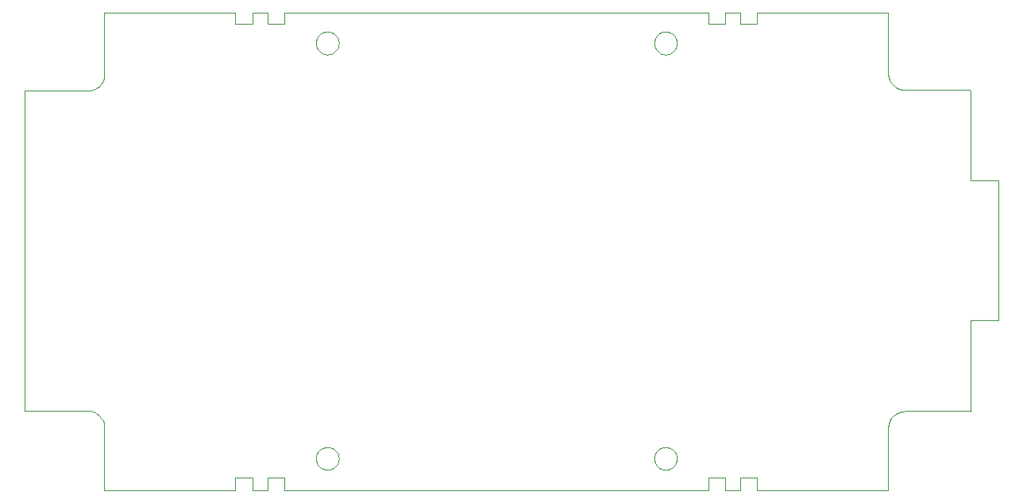
<source format=gbr>
%TF.GenerationSoftware,KiCad,Pcbnew,0.201511041201+6297~30~ubuntu15.04.1-product*%
%TF.CreationDate,2015-11-12T00:09:16+01:00*%
%TF.ProjectId,gp8-clock,6770382D636C6F636B2E6B696361645F,rev?*%
%TF.FileFunction,Profile,NP*%
%FSLAX46Y46*%
G04 Gerber Fmt 4.6, Leading zero omitted, Abs format (unit mm)*
G04 Created by KiCad (PCBNEW 0.201511041201+6297~30~ubuntu15.04.1-product) date czw, 12 lis 2015, 00:09:16*
%MOMM*%
G01*
G04 APERTURE LIST*
%ADD10C,0.100000*%
G04 APERTURE END LIST*
D10*
X202300000Y-119500000D02*
X202300000Y-119600000D01*
X205300000Y-95000000D02*
X205300000Y-109900000D01*
X202300000Y-109900000D02*
X205300000Y-109900000D01*
X202300000Y-95000000D02*
X205300000Y-95000000D01*
X202300000Y-109900000D02*
X202300000Y-119500000D01*
X202300000Y-85400000D02*
X202300000Y-95000000D01*
X171003462Y-124626561D02*
X171003462Y-124626561D01*
X170978767Y-124381479D02*
X171003462Y-124626561D01*
X170907907Y-124153210D02*
X170978767Y-124381479D01*
X170795785Y-123946643D02*
X170907907Y-124153210D01*
X170647291Y-123766667D02*
X170795785Y-123946643D01*
X170467315Y-123618173D02*
X170647291Y-123766667D01*
X170260749Y-123506051D02*
X170467315Y-123618173D01*
X170032479Y-123435191D02*
X170260749Y-123506051D01*
X169787397Y-123410497D02*
X170032479Y-123435191D01*
X169542315Y-123435191D02*
X169787397Y-123410497D01*
X169314045Y-123506049D02*
X169542315Y-123435191D01*
X169107476Y-123618170D02*
X169314045Y-123506049D01*
X168927500Y-123766664D02*
X169107476Y-123618170D01*
X168779006Y-123946640D02*
X168927500Y-123766664D01*
X168666884Y-124153210D02*
X168779006Y-123946640D01*
X168596024Y-124381479D02*
X168666884Y-124153210D01*
X168571330Y-124626561D02*
X168596024Y-124381479D01*
X168596024Y-124871643D02*
X168571330Y-124626561D01*
X168666884Y-125099913D02*
X168596024Y-124871643D01*
X168779006Y-125306482D02*
X168666884Y-125099913D01*
X168927500Y-125486458D02*
X168779006Y-125306482D01*
X169107476Y-125634950D02*
X168927500Y-125486458D01*
X169314045Y-125747071D02*
X169107476Y-125634950D01*
X169542315Y-125817931D02*
X169314045Y-125747071D01*
X169787397Y-125842626D02*
X169542315Y-125817931D01*
X170032479Y-125817931D02*
X169787397Y-125842626D01*
X170260749Y-125747071D02*
X170032479Y-125817931D01*
X170467315Y-125634950D02*
X170260749Y-125747071D01*
X170647291Y-125486456D02*
X170467315Y-125634950D01*
X170795785Y-125306480D02*
X170647291Y-125486456D01*
X170907907Y-125099913D02*
X170795785Y-125306480D01*
X170978767Y-124871643D02*
X170907907Y-125099913D01*
X171003462Y-124626561D02*
X170978767Y-124871643D01*
X134969735Y-124626561D02*
X134969735Y-124626561D01*
X134945040Y-124381479D02*
X134969735Y-124626561D01*
X134874180Y-124153210D02*
X134945040Y-124381479D01*
X134762059Y-123946643D02*
X134874180Y-124153210D01*
X134613564Y-123766667D02*
X134762059Y-123946643D01*
X134433589Y-123618173D02*
X134613564Y-123766667D01*
X134227022Y-123506051D02*
X134433589Y-123618173D01*
X133998752Y-123435191D02*
X134227022Y-123506051D01*
X133753670Y-123410497D02*
X133998752Y-123435191D01*
X133508588Y-123435191D02*
X133753670Y-123410497D01*
X133280318Y-123506051D02*
X133508588Y-123435191D01*
X133073752Y-123618173D02*
X133280318Y-123506051D01*
X132893776Y-123766667D02*
X133073752Y-123618173D01*
X132745282Y-123946643D02*
X132893776Y-123766667D01*
X132633160Y-124153210D02*
X132745282Y-123946643D01*
X132562300Y-124381479D02*
X132633160Y-124153210D01*
X132537606Y-124626561D02*
X132562300Y-124381479D01*
X132562300Y-124871643D02*
X132537606Y-124626561D01*
X132633160Y-125099913D02*
X132562300Y-124871643D01*
X132745282Y-125306480D02*
X132633160Y-125099913D01*
X132893776Y-125486456D02*
X132745282Y-125306480D01*
X133073752Y-125634950D02*
X132893776Y-125486456D01*
X133280318Y-125747071D02*
X133073752Y-125634950D01*
X133508588Y-125817931D02*
X133280318Y-125747071D01*
X133753670Y-125842626D02*
X133508588Y-125817931D01*
X133998752Y-125817931D02*
X133753670Y-125842626D01*
X134227022Y-125747071D02*
X133998752Y-125817931D01*
X134433589Y-125634950D02*
X134227022Y-125747071D01*
X134613564Y-125486456D02*
X134433589Y-125634950D01*
X134762059Y-125306480D02*
X134613564Y-125486456D01*
X134874180Y-125099913D02*
X134762059Y-125306480D01*
X134945040Y-124871643D02*
X134874180Y-125099913D01*
X134969735Y-124626561D02*
X134945040Y-124871643D01*
X171003462Y-80378141D02*
X171003462Y-80378141D01*
X170978767Y-80133059D02*
X171003462Y-80378141D01*
X170907907Y-79904790D02*
X170978767Y-80133059D01*
X170795785Y-79698223D02*
X170907907Y-79904790D01*
X170647291Y-79518247D02*
X170795785Y-79698223D01*
X170467315Y-79369753D02*
X170647291Y-79518247D01*
X170260749Y-79257632D02*
X170467315Y-79369753D01*
X170032479Y-79186771D02*
X170260749Y-79257632D01*
X169787397Y-79162077D02*
X170032479Y-79186771D01*
X169542315Y-79186771D02*
X169787397Y-79162077D01*
X169314045Y-79257629D02*
X169542315Y-79186771D01*
X169107476Y-79369750D02*
X169314045Y-79257629D01*
X168927500Y-79518244D02*
X169107476Y-79369750D01*
X168779006Y-79698220D02*
X168927500Y-79518244D01*
X168666884Y-79904790D02*
X168779006Y-79698220D01*
X168596024Y-80133059D02*
X168666884Y-79904790D01*
X168571330Y-80378141D02*
X168596024Y-80133059D01*
X168596024Y-80623223D02*
X168571330Y-80378141D01*
X168666884Y-80851493D02*
X168596024Y-80623223D01*
X168779006Y-81058063D02*
X168666884Y-80851493D01*
X168927500Y-81238038D02*
X168779006Y-81058063D01*
X169107476Y-81386530D02*
X168927500Y-81238038D01*
X169314045Y-81498651D02*
X169107476Y-81386530D01*
X169542315Y-81569511D02*
X169314045Y-81498651D01*
X169787397Y-81594206D02*
X169542315Y-81569511D01*
X170032479Y-81569511D02*
X169787397Y-81594206D01*
X170260749Y-81498651D02*
X170032479Y-81569511D01*
X170467315Y-81386530D02*
X170260749Y-81498651D01*
X170647291Y-81238036D02*
X170467315Y-81386530D01*
X170795785Y-81058060D02*
X170647291Y-81238036D01*
X170907907Y-80851493D02*
X170795785Y-81058060D01*
X170978767Y-80623223D02*
X170907907Y-80851493D01*
X171003462Y-80378141D02*
X170978767Y-80623223D01*
X134969735Y-80378141D02*
X134969735Y-80378141D01*
X134945040Y-80133059D02*
X134969735Y-80378141D01*
X134874180Y-79904790D02*
X134945040Y-80133059D01*
X134762059Y-79698223D02*
X134874180Y-79904790D01*
X134613564Y-79518247D02*
X134762059Y-79698223D01*
X134433589Y-79369753D02*
X134613564Y-79518247D01*
X134227022Y-79257632D02*
X134433589Y-79369753D01*
X133998752Y-79186771D02*
X134227022Y-79257632D01*
X133753670Y-79162077D02*
X133998752Y-79186771D01*
X133508588Y-79186771D02*
X133753670Y-79162077D01*
X133280318Y-79257632D02*
X133508588Y-79186771D01*
X133073752Y-79369753D02*
X133280318Y-79257632D01*
X132893776Y-79518247D02*
X133073752Y-79369753D01*
X132745282Y-79698223D02*
X132893776Y-79518247D01*
X132633160Y-79904790D02*
X132745282Y-79698223D01*
X132562300Y-80133059D02*
X132633160Y-79904790D01*
X132537606Y-80378141D02*
X132562300Y-80133059D01*
X132562300Y-80623223D02*
X132537606Y-80378141D01*
X132633160Y-80851493D02*
X132562300Y-80623223D01*
X132745282Y-81058060D02*
X132633160Y-80851493D01*
X132893776Y-81238036D02*
X132745282Y-81058060D01*
X133073752Y-81386530D02*
X132893776Y-81238036D01*
X133280318Y-81498651D02*
X133073752Y-81386530D01*
X133508588Y-81569511D02*
X133280318Y-81498651D01*
X133753670Y-81594206D02*
X133508588Y-81569511D01*
X133998752Y-81569511D02*
X133753670Y-81594206D01*
X134227022Y-81498651D02*
X133998752Y-81569511D01*
X134433589Y-81386530D02*
X134227022Y-81498651D01*
X134613564Y-81238036D02*
X134433589Y-81386530D01*
X134762059Y-81058060D02*
X134613564Y-81238036D01*
X134874180Y-80851493D02*
X134762059Y-81058060D01*
X134945040Y-80623223D02*
X134874180Y-80851493D01*
X134969735Y-80378141D02*
X134945040Y-80623223D01*
X109965410Y-77101934D02*
X109965410Y-77101934D01*
X123937064Y-77101934D02*
X109965410Y-77101934D01*
X123937064Y-78319017D02*
X123937064Y-77101934D01*
X125757177Y-78319017D02*
X123937064Y-78319017D01*
X125757177Y-77101934D02*
X125757177Y-78319017D01*
X127338615Y-77101934D02*
X125757177Y-77101934D01*
X127338615Y-78319017D02*
X127338615Y-77101934D01*
X129159279Y-78319017D02*
X127338615Y-78319017D01*
X129159279Y-77101934D02*
X129159279Y-78319017D01*
X174342946Y-77101934D02*
X129159279Y-77101934D01*
X174342946Y-78319017D02*
X174342946Y-77101934D01*
X176163059Y-78319017D02*
X174342946Y-78319017D01*
X176163059Y-77101934D02*
X176163059Y-78319017D01*
X177744495Y-77101934D02*
X176163059Y-77101934D01*
X177744495Y-78319017D02*
X177744495Y-77101934D01*
X179565161Y-78319017D02*
X177744495Y-78319017D01*
X179565161Y-77101934D02*
X179565161Y-78319017D01*
X193523584Y-77101934D02*
X179565161Y-77101934D01*
X193523584Y-83658088D02*
X193523584Y-77101934D01*
X193562350Y-84004245D02*
X193523584Y-83658088D01*
X193673594Y-84326247D02*
X193562350Y-84004245D01*
X193849734Y-84617308D02*
X193673594Y-84326247D01*
X194083188Y-84870653D02*
X193849734Y-84617308D01*
X194366376Y-85079501D02*
X194083188Y-84870653D01*
X194691713Y-85237071D02*
X194366376Y-85079501D01*
X195051617Y-85336585D02*
X194691713Y-85237071D01*
X195438507Y-85371265D02*
X195051617Y-85336585D01*
X202242157Y-85371265D02*
X195438507Y-85371265D01*
X195438507Y-119590709D02*
X202242157Y-119590709D01*
X195051617Y-119625411D02*
X195438507Y-119590709D01*
X194691713Y-119724988D02*
X195051617Y-119625411D01*
X194366376Y-119882648D02*
X194691713Y-119724988D01*
X194083188Y-120091597D02*
X194366376Y-119882648D01*
X193849734Y-120345044D02*
X194083188Y-120091597D01*
X193673594Y-120636196D02*
X193849734Y-120345044D01*
X193562350Y-120958256D02*
X193673594Y-120636196D01*
X193523584Y-121304439D02*
X193562350Y-120958256D01*
X193523584Y-128050210D02*
X193523584Y-121304439D01*
X179565161Y-128050210D02*
X193523584Y-128050210D01*
X179565161Y-126688158D02*
X179565161Y-128050210D01*
X177744495Y-126688158D02*
X179565161Y-126688158D01*
X177744495Y-128050210D02*
X177744495Y-126688158D01*
X176163059Y-128050210D02*
X177744495Y-128050210D01*
X176163059Y-126688158D02*
X176163059Y-128050210D01*
X174342946Y-126688158D02*
X176163059Y-126688158D01*
X174342946Y-128050210D02*
X174342946Y-126688158D01*
X129159279Y-128050210D02*
X174342946Y-128050210D01*
X129159279Y-126688158D02*
X129159279Y-128050210D01*
X127338615Y-126688158D02*
X129159279Y-126688158D01*
X127338615Y-128050210D02*
X127338615Y-126688158D01*
X125757177Y-128050210D02*
X127338615Y-128050210D01*
X125757177Y-126688158D02*
X125757177Y-128050210D01*
X123937064Y-126688158D02*
X125757177Y-126688158D01*
X123937064Y-128050210D02*
X123937064Y-126688158D01*
X109965410Y-128050210D02*
X123937064Y-128050210D01*
X109965410Y-121253726D02*
X109965410Y-128050210D01*
X109926644Y-120907569D02*
X109965410Y-121253726D01*
X109815401Y-120585568D02*
X109926644Y-120907569D01*
X109639260Y-120294507D02*
X109815401Y-120585568D01*
X109405806Y-120041161D02*
X109639260Y-120294507D01*
X109122621Y-119832314D02*
X109405806Y-120041161D01*
X108797284Y-119674744D02*
X109122621Y-119832314D01*
X108437380Y-119575229D02*
X108797284Y-119674744D01*
X108050490Y-119540550D02*
X108437380Y-119575229D01*
X101495439Y-119540550D02*
X108050490Y-119540550D01*
X101495439Y-85472137D02*
X101495439Y-119540550D01*
X108050490Y-85472137D02*
X101495439Y-85472137D01*
X108437380Y-85437435D02*
X108050490Y-85472137D01*
X108797284Y-85337858D02*
X108437380Y-85437435D01*
X109122621Y-85180200D02*
X108797284Y-85337858D01*
X109405806Y-84971251D02*
X109122621Y-85180200D01*
X109639260Y-84717805D02*
X109405806Y-84971251D01*
X109815401Y-84426653D02*
X109639260Y-84717805D01*
X109926644Y-84104592D02*
X109815401Y-84426653D01*
X109965410Y-83758410D02*
X109926644Y-84104592D01*
X109965410Y-77101934D02*
X109965410Y-83758410D01*
M02*

</source>
